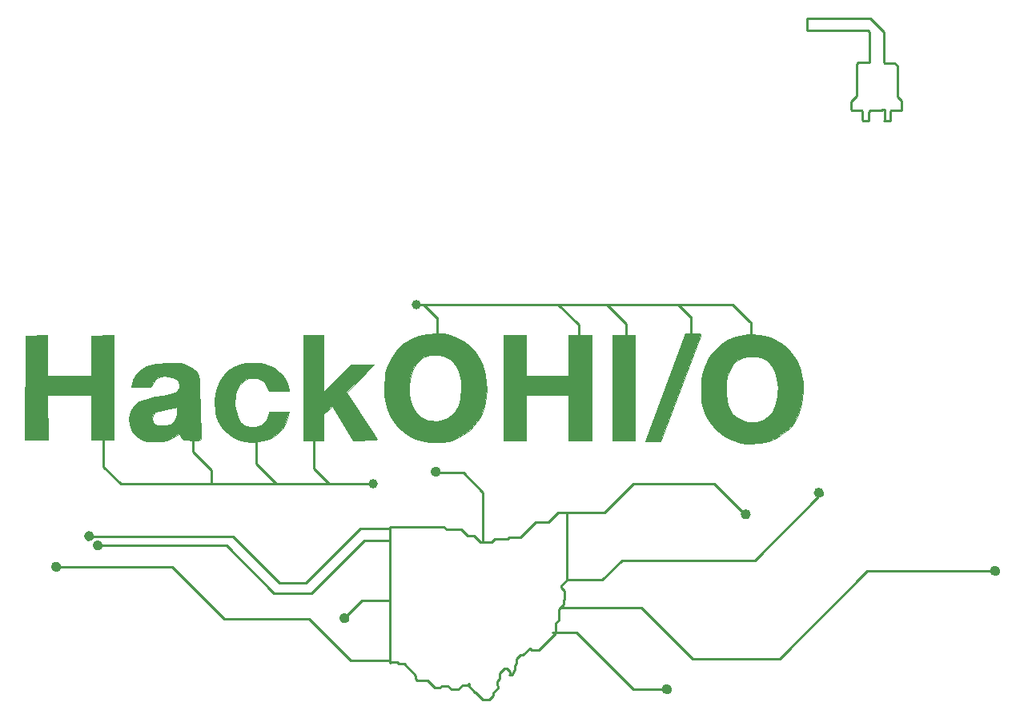
<source format=gbr>
%TF.GenerationSoftware,KiCad,Pcbnew,(5.1.10)-1*%
%TF.CreationDate,2022-09-07T22:56:21-04:00*%
%TF.ProjectId,HACK Badges,4841434b-2042-4616-9467-65732e6b6963,rev?*%
%TF.SameCoordinates,Original*%
%TF.FileFunction,Copper,L1,Top*%
%TF.FilePolarity,Positive*%
%FSLAX46Y46*%
G04 Gerber Fmt 4.6, Leading zero omitted, Abs format (unit mm)*
G04 Created by KiCad (PCBNEW (5.1.10)-1) date 2022-09-07 22:56:21*
%MOMM*%
%LPD*%
G01*
G04 APERTURE LIST*
%TA.AperFunction,NonConductor*%
%ADD10C,0.150000*%
%TD*%
%TA.AperFunction,NonConductor*%
%ADD11C,0.100000*%
%TD*%
%TA.AperFunction,SMDPad,CuDef*%
%ADD12R,1.000000X1.000000*%
%TD*%
%TA.AperFunction,SMDPad,CuDef*%
%ADD13C,1.000000*%
%TD*%
%TA.AperFunction,ViaPad*%
%ADD14C,0.800000*%
%TD*%
%TA.AperFunction,Conductor*%
%ADD15C,0.250000*%
%TD*%
G04 APERTURE END LIST*
D10*
X145470000Y-109240000D02*
G75*
G03*
X145470000Y-109240000I-450000J0D01*
G01*
D11*
G36*
X145340000Y-108890000D02*
G01*
X145440000Y-109120000D01*
X145450000Y-109350000D01*
X145350000Y-109570000D01*
X145130000Y-109650000D01*
X144840000Y-109670000D01*
X144650000Y-109540000D01*
X144580000Y-109300000D01*
X144590000Y-109050000D01*
X144670000Y-108930000D01*
X144790000Y-108850000D01*
X145070000Y-108800000D01*
X145340000Y-108890000D01*
G37*
X145340000Y-108890000D02*
X145440000Y-109120000D01*
X145450000Y-109350000D01*
X145350000Y-109570000D01*
X145130000Y-109650000D01*
X144840000Y-109670000D01*
X144650000Y-109540000D01*
X144580000Y-109300000D01*
X144590000Y-109050000D01*
X144670000Y-108930000D01*
X144790000Y-108850000D01*
X145070000Y-108800000D01*
X145340000Y-108890000D01*
D10*
X178260000Y-113750000D02*
G75*
G03*
X178260000Y-113750000I-450000J0D01*
G01*
D11*
G36*
X178130000Y-113400000D02*
G01*
X178230000Y-113630000D01*
X178240000Y-113860000D01*
X178140000Y-114080000D01*
X177920000Y-114160000D01*
X177630000Y-114180000D01*
X177440000Y-114050000D01*
X177370000Y-113810000D01*
X177380000Y-113560000D01*
X177460000Y-113440000D01*
X177580000Y-113360000D01*
X177860000Y-113310000D01*
X178130000Y-113400000D01*
G37*
X178130000Y-113400000D02*
X178230000Y-113630000D01*
X178240000Y-113860000D01*
X178140000Y-114080000D01*
X177920000Y-114160000D01*
X177630000Y-114180000D01*
X177440000Y-114050000D01*
X177370000Y-113810000D01*
X177380000Y-113560000D01*
X177460000Y-113440000D01*
X177580000Y-113360000D01*
X177860000Y-113310000D01*
X178130000Y-113400000D01*
D10*
X185990000Y-111470000D02*
G75*
G03*
X185990000Y-111470000I-450000J0D01*
G01*
D11*
G36*
X185860000Y-111120000D02*
G01*
X185960000Y-111350000D01*
X185970000Y-111580000D01*
X185870000Y-111800000D01*
X185650000Y-111880000D01*
X185360000Y-111900000D01*
X185170000Y-111770000D01*
X185100000Y-111530000D01*
X185110000Y-111280000D01*
X185190000Y-111160000D01*
X185310000Y-111080000D01*
X185590000Y-111030000D01*
X185860000Y-111120000D01*
G37*
X185860000Y-111120000D02*
X185960000Y-111350000D01*
X185970000Y-111580000D01*
X185870000Y-111800000D01*
X185650000Y-111880000D01*
X185360000Y-111900000D01*
X185170000Y-111770000D01*
X185100000Y-111530000D01*
X185110000Y-111280000D01*
X185190000Y-111160000D01*
X185310000Y-111080000D01*
X185590000Y-111030000D01*
X185860000Y-111120000D01*
D10*
X204610000Y-119740000D02*
G75*
G03*
X204610000Y-119740000I-450000J0D01*
G01*
D11*
G36*
X204480000Y-119390000D02*
G01*
X204580000Y-119620000D01*
X204590000Y-119850000D01*
X204490000Y-120070000D01*
X204270000Y-120150000D01*
X203980000Y-120170000D01*
X203790000Y-120040000D01*
X203720000Y-119800000D01*
X203730000Y-119550000D01*
X203810000Y-119430000D01*
X203930000Y-119350000D01*
X204210000Y-119300000D01*
X204480000Y-119390000D01*
G37*
X204480000Y-119390000D02*
X204580000Y-119620000D01*
X204590000Y-119850000D01*
X204490000Y-120070000D01*
X204270000Y-120150000D01*
X203980000Y-120170000D01*
X203790000Y-120040000D01*
X203720000Y-119800000D01*
X203730000Y-119550000D01*
X203810000Y-119430000D01*
X203930000Y-119350000D01*
X204210000Y-119300000D01*
X204480000Y-119390000D01*
D10*
X169900000Y-132260000D02*
G75*
G03*
X169900000Y-132260000I-450000J0D01*
G01*
D11*
G36*
X169770000Y-131910000D02*
G01*
X169870000Y-132140000D01*
X169880000Y-132370000D01*
X169780000Y-132590000D01*
X169560000Y-132670000D01*
X169270000Y-132690000D01*
X169080000Y-132560000D01*
X169010000Y-132320000D01*
X169020000Y-132070000D01*
X169100000Y-131950000D01*
X169220000Y-131870000D01*
X169500000Y-131820000D01*
X169770000Y-131910000D01*
G37*
X169770000Y-131910000D02*
X169870000Y-132140000D01*
X169880000Y-132370000D01*
X169780000Y-132590000D01*
X169560000Y-132670000D01*
X169270000Y-132690000D01*
X169080000Y-132560000D01*
X169010000Y-132320000D01*
X169020000Y-132070000D01*
X169100000Y-131950000D01*
X169220000Y-131870000D01*
X169500000Y-131820000D01*
X169770000Y-131910000D01*
D10*
X135810000Y-124760000D02*
G75*
G03*
X135810000Y-124760000I-450000J0D01*
G01*
D11*
G36*
X135680000Y-124410000D02*
G01*
X135780000Y-124640000D01*
X135790000Y-124870000D01*
X135690000Y-125090000D01*
X135470000Y-125170000D01*
X135180000Y-125190000D01*
X134990000Y-125060000D01*
X134920000Y-124820000D01*
X134930000Y-124570000D01*
X135010000Y-124450000D01*
X135130000Y-124370000D01*
X135410000Y-124320000D01*
X135680000Y-124410000D01*
G37*
X135680000Y-124410000D02*
X135780000Y-124640000D01*
X135790000Y-124870000D01*
X135690000Y-125090000D01*
X135470000Y-125170000D01*
X135180000Y-125190000D01*
X134990000Y-125060000D01*
X134920000Y-124820000D01*
X134930000Y-124570000D01*
X135010000Y-124450000D01*
X135130000Y-124370000D01*
X135410000Y-124320000D01*
X135680000Y-124410000D01*
D10*
X109740000Y-117040000D02*
G75*
G03*
X109740000Y-117040000I-450000J0D01*
G01*
D11*
G36*
X109610000Y-116690000D02*
G01*
X109710000Y-116920000D01*
X109720000Y-117150000D01*
X109620000Y-117370000D01*
X109400000Y-117450000D01*
X109110000Y-117470000D01*
X108920000Y-117340000D01*
X108850000Y-117100000D01*
X108860000Y-116850000D01*
X108940000Y-116730000D01*
X109060000Y-116650000D01*
X109340000Y-116600000D01*
X109610000Y-116690000D01*
G37*
X109610000Y-116690000D02*
X109710000Y-116920000D01*
X109720000Y-117150000D01*
X109620000Y-117370000D01*
X109400000Y-117450000D01*
X109110000Y-117470000D01*
X108920000Y-117340000D01*
X108850000Y-117100000D01*
X108860000Y-116850000D01*
X108940000Y-116730000D01*
X109060000Y-116650000D01*
X109340000Y-116600000D01*
X109610000Y-116690000D01*
D10*
X108820000Y-116060000D02*
G75*
G03*
X108820000Y-116060000I-450000J0D01*
G01*
D11*
G36*
X108690000Y-115710000D02*
G01*
X108790000Y-115940000D01*
X108800000Y-116170000D01*
X108700000Y-116390000D01*
X108480000Y-116470000D01*
X108190000Y-116490000D01*
X108000000Y-116360000D01*
X107930000Y-116120000D01*
X107940000Y-115870000D01*
X108020000Y-115750000D01*
X108140000Y-115670000D01*
X108420000Y-115620000D01*
X108690000Y-115710000D01*
G37*
X108690000Y-115710000D02*
X108790000Y-115940000D01*
X108800000Y-116170000D01*
X108700000Y-116390000D01*
X108480000Y-116470000D01*
X108190000Y-116490000D01*
X108000000Y-116360000D01*
X107930000Y-116120000D01*
X107940000Y-115870000D01*
X108020000Y-115750000D01*
X108140000Y-115670000D01*
X108420000Y-115620000D01*
X108690000Y-115710000D01*
D10*
X105320000Y-119310000D02*
G75*
G03*
X105320000Y-119310000I-450000J0D01*
G01*
D11*
G36*
X105190000Y-118960000D02*
G01*
X105290000Y-119190000D01*
X105300000Y-119420000D01*
X105200000Y-119640000D01*
X104980000Y-119720000D01*
X104690000Y-119740000D01*
X104500000Y-119610000D01*
X104430000Y-119370000D01*
X104440000Y-119120000D01*
X104520000Y-119000000D01*
X104640000Y-118920000D01*
X104920000Y-118870000D01*
X105190000Y-118960000D01*
G37*
X105190000Y-118960000D02*
X105290000Y-119190000D01*
X105300000Y-119420000D01*
X105200000Y-119640000D01*
X104980000Y-119720000D01*
X104690000Y-119740000D01*
X104500000Y-119610000D01*
X104430000Y-119370000D01*
X104440000Y-119120000D01*
X104520000Y-119000000D01*
X104640000Y-118920000D01*
X104920000Y-118870000D01*
X105190000Y-118960000D01*
G36*
X179252698Y-94768058D02*
G01*
X179762698Y-94848058D01*
X180402698Y-95028058D01*
X181052698Y-95328058D01*
X181632698Y-95688058D01*
X182232698Y-96188058D01*
X182632698Y-96618058D01*
X183072698Y-97278058D01*
X183362698Y-97858058D01*
X183582698Y-98498058D01*
X183722698Y-99118058D01*
X183832698Y-99798058D01*
X183872698Y-100698058D01*
X183812698Y-101418058D01*
X183732698Y-102048058D01*
X183572698Y-102648058D01*
X183362698Y-103228058D01*
X183132698Y-103688058D01*
X182832698Y-104148058D01*
X182492698Y-104558058D01*
X182092698Y-104948058D01*
X181622698Y-105308058D01*
X181062698Y-105658058D01*
X180772698Y-105808058D01*
X180522698Y-105928058D01*
X180182698Y-106048058D01*
X179802698Y-106138058D01*
X179272698Y-106218058D01*
X178872698Y-106238058D01*
X178502698Y-106248058D01*
X178472698Y-104028058D01*
X178542698Y-104018058D01*
X178992698Y-103968058D01*
X179322698Y-103878058D01*
X179722698Y-103728058D01*
X180102698Y-103468058D01*
X180362698Y-103238058D01*
X180612698Y-102918058D01*
X180852698Y-102488058D01*
X180992698Y-102088058D01*
X181092698Y-101658058D01*
X181152698Y-101338058D01*
X181202698Y-100878058D01*
X181222698Y-100408058D01*
X181192698Y-99838058D01*
X181112698Y-99348058D01*
X180912698Y-98688058D01*
X180652698Y-98198058D01*
X180292698Y-97698058D01*
X179972698Y-97418058D01*
X179492698Y-97148058D01*
X178932698Y-97048058D01*
X178522698Y-97028058D01*
X177932698Y-97058058D01*
X177632698Y-97118058D01*
X177342698Y-97208058D01*
X177032698Y-97378058D01*
X176772698Y-97568058D01*
X176442698Y-97908058D01*
X176212698Y-98268058D01*
X175992698Y-98718058D01*
X175852698Y-99208058D01*
X175772698Y-99678058D01*
X175712698Y-100148058D01*
X175712698Y-100628058D01*
X175732698Y-101108058D01*
X175802698Y-101668058D01*
X175952698Y-102218058D01*
X176202698Y-102768058D01*
X176462698Y-103118058D01*
X176722698Y-103388058D01*
X177002698Y-103598058D01*
X177312698Y-103778058D01*
X177682698Y-103918058D01*
X178062698Y-103998058D01*
X178372698Y-104018058D01*
X178452698Y-104008058D01*
X178492698Y-106268058D01*
X177972698Y-106258058D01*
X177292698Y-106188058D01*
X176332698Y-105898058D01*
X175732698Y-105608058D01*
X175112698Y-105178058D01*
X174622698Y-104758058D01*
X174222698Y-104278058D01*
X173812698Y-103688058D01*
X173552698Y-103228058D01*
X173372698Y-102738058D01*
X173142698Y-101878058D01*
X173082698Y-101268058D01*
X173092698Y-100128058D01*
X173122698Y-99488058D01*
X173192698Y-98988058D01*
X173342698Y-98408058D01*
X173822698Y-97368058D01*
X174142698Y-96818058D01*
X174612698Y-96258058D01*
X175182698Y-95778058D01*
X175932698Y-95288058D01*
X176752698Y-94948058D01*
X177682698Y-94788058D01*
X178552698Y-94748058D01*
X178582698Y-94748058D01*
X179252698Y-94768058D01*
G37*
X179252698Y-94768058D02*
X179762698Y-94848058D01*
X180402698Y-95028058D01*
X181052698Y-95328058D01*
X181632698Y-95688058D01*
X182232698Y-96188058D01*
X182632698Y-96618058D01*
X183072698Y-97278058D01*
X183362698Y-97858058D01*
X183582698Y-98498058D01*
X183722698Y-99118058D01*
X183832698Y-99798058D01*
X183872698Y-100698058D01*
X183812698Y-101418058D01*
X183732698Y-102048058D01*
X183572698Y-102648058D01*
X183362698Y-103228058D01*
X183132698Y-103688058D01*
X182832698Y-104148058D01*
X182492698Y-104558058D01*
X182092698Y-104948058D01*
X181622698Y-105308058D01*
X181062698Y-105658058D01*
X180772698Y-105808058D01*
X180522698Y-105928058D01*
X180182698Y-106048058D01*
X179802698Y-106138058D01*
X179272698Y-106218058D01*
X178872698Y-106238058D01*
X178502698Y-106248058D01*
X178472698Y-104028058D01*
X178542698Y-104018058D01*
X178992698Y-103968058D01*
X179322698Y-103878058D01*
X179722698Y-103728058D01*
X180102698Y-103468058D01*
X180362698Y-103238058D01*
X180612698Y-102918058D01*
X180852698Y-102488058D01*
X180992698Y-102088058D01*
X181092698Y-101658058D01*
X181152698Y-101338058D01*
X181202698Y-100878058D01*
X181222698Y-100408058D01*
X181192698Y-99838058D01*
X181112698Y-99348058D01*
X180912698Y-98688058D01*
X180652698Y-98198058D01*
X180292698Y-97698058D01*
X179972698Y-97418058D01*
X179492698Y-97148058D01*
X178932698Y-97048058D01*
X178522698Y-97028058D01*
X177932698Y-97058058D01*
X177632698Y-97118058D01*
X177342698Y-97208058D01*
X177032698Y-97378058D01*
X176772698Y-97568058D01*
X176442698Y-97908058D01*
X176212698Y-98268058D01*
X175992698Y-98718058D01*
X175852698Y-99208058D01*
X175772698Y-99678058D01*
X175712698Y-100148058D01*
X175712698Y-100628058D01*
X175732698Y-101108058D01*
X175802698Y-101668058D01*
X175952698Y-102218058D01*
X176202698Y-102768058D01*
X176462698Y-103118058D01*
X176722698Y-103388058D01*
X177002698Y-103598058D01*
X177312698Y-103778058D01*
X177682698Y-103918058D01*
X178062698Y-103998058D01*
X178372698Y-104018058D01*
X178452698Y-104008058D01*
X178492698Y-106268058D01*
X177972698Y-106258058D01*
X177292698Y-106188058D01*
X176332698Y-105898058D01*
X175732698Y-105608058D01*
X175112698Y-105178058D01*
X174622698Y-104758058D01*
X174222698Y-104278058D01*
X173812698Y-103688058D01*
X173552698Y-103228058D01*
X173372698Y-102738058D01*
X173142698Y-101878058D01*
X173082698Y-101268058D01*
X173092698Y-100128058D01*
X173122698Y-99488058D01*
X173192698Y-98988058D01*
X173342698Y-98408058D01*
X173822698Y-97368058D01*
X174142698Y-96818058D01*
X174612698Y-96258058D01*
X175182698Y-95778058D01*
X175932698Y-95288058D01*
X176752698Y-94948058D01*
X177682698Y-94788058D01*
X178552698Y-94748058D01*
X178582698Y-94748058D01*
X179252698Y-94768058D01*
G36*
X172972698Y-94638058D02*
G01*
X173042698Y-94748058D01*
X172992698Y-94878058D01*
X168832698Y-106018058D01*
X167162698Y-106048058D01*
X171391970Y-94627901D01*
X172562698Y-94608058D01*
X172972698Y-94638058D01*
G37*
X172972698Y-94638058D02*
X173042698Y-94748058D01*
X172992698Y-94878058D01*
X168832698Y-106018058D01*
X167162698Y-106048058D01*
X171391970Y-94627901D01*
X172562698Y-94608058D01*
X172972698Y-94638058D01*
G36*
X126392698Y-97758058D02*
G01*
X126862698Y-97838058D01*
X127292698Y-97958058D01*
X127812698Y-98188058D01*
X128132698Y-98388058D01*
X128442698Y-98638058D01*
X128722698Y-98918058D01*
X128982698Y-99258058D01*
X129172698Y-99578058D01*
X129312698Y-99898058D01*
X129402698Y-100198058D01*
X129489062Y-100706058D01*
X129472698Y-100698058D01*
X127412698Y-100688058D01*
X127182698Y-100168058D01*
X126982698Y-99848058D01*
X126702698Y-99578058D01*
X126422698Y-99428058D01*
X126102698Y-99338058D01*
X125702698Y-99308058D01*
X125322698Y-99348058D01*
X125062698Y-99418058D01*
X124782698Y-99588058D01*
X124502698Y-99838058D01*
X124302698Y-100058058D01*
X124102698Y-100348058D01*
X123942698Y-100728058D01*
X123852698Y-101078058D01*
X123812698Y-101388058D01*
X123782698Y-101738058D01*
X123782698Y-102038058D01*
X123792698Y-102258058D01*
X123892698Y-102838058D01*
X123982698Y-103138058D01*
X124082698Y-103448058D01*
X124192698Y-103658058D01*
X124262698Y-103808058D01*
X124392698Y-103988058D01*
X124562698Y-104138058D01*
X124792698Y-104298058D01*
X125062698Y-104418058D01*
X125352698Y-104488058D01*
X125652698Y-104508058D01*
X125932698Y-104488058D01*
X126212698Y-104428058D01*
X126512698Y-104298058D01*
X126762698Y-104148058D01*
X127037106Y-103883469D01*
X127222698Y-103608058D01*
X127322698Y-103328058D01*
X127372698Y-103048058D01*
X127402698Y-102898058D01*
X129502698Y-102908058D01*
X129382698Y-103508058D01*
X129202698Y-104038058D01*
X129012698Y-104388058D01*
X128722698Y-104798058D01*
X128282698Y-105228058D01*
X128012698Y-105438058D01*
X127722698Y-105618058D01*
X127432698Y-105748058D01*
X127082698Y-105878058D01*
X126752698Y-105978058D01*
X126302698Y-106058058D01*
X125522698Y-106098058D01*
X124862698Y-106018058D01*
X124422698Y-105918058D01*
X123942698Y-105758058D01*
X123482698Y-105528058D01*
X123042698Y-105198058D01*
X122662698Y-104868058D01*
X122352698Y-104448058D01*
X122002698Y-103848058D01*
X121842698Y-103438058D01*
X121712698Y-102888058D01*
X121692698Y-102558058D01*
X121672698Y-102068058D01*
X121682698Y-101608058D01*
X121712698Y-101098058D01*
X121812698Y-100618058D01*
X121952698Y-100198058D01*
X122132698Y-99778058D01*
X122382698Y-99358058D01*
X122622698Y-99038058D01*
X123012698Y-98618058D01*
X123272698Y-98418058D01*
X123672698Y-98168058D01*
X124122698Y-97978058D01*
X124552698Y-97858058D01*
X125062698Y-97768058D01*
X125482698Y-97728058D01*
X125892698Y-97718058D01*
X126392698Y-97758058D01*
G37*
X126392698Y-97758058D02*
X126862698Y-97838058D01*
X127292698Y-97958058D01*
X127812698Y-98188058D01*
X128132698Y-98388058D01*
X128442698Y-98638058D01*
X128722698Y-98918058D01*
X128982698Y-99258058D01*
X129172698Y-99578058D01*
X129312698Y-99898058D01*
X129402698Y-100198058D01*
X129489062Y-100706058D01*
X129472698Y-100698058D01*
X127412698Y-100688058D01*
X127182698Y-100168058D01*
X126982698Y-99848058D01*
X126702698Y-99578058D01*
X126422698Y-99428058D01*
X126102698Y-99338058D01*
X125702698Y-99308058D01*
X125322698Y-99348058D01*
X125062698Y-99418058D01*
X124782698Y-99588058D01*
X124502698Y-99838058D01*
X124302698Y-100058058D01*
X124102698Y-100348058D01*
X123942698Y-100728058D01*
X123852698Y-101078058D01*
X123812698Y-101388058D01*
X123782698Y-101738058D01*
X123782698Y-102038058D01*
X123792698Y-102258058D01*
X123892698Y-102838058D01*
X123982698Y-103138058D01*
X124082698Y-103448058D01*
X124192698Y-103658058D01*
X124262698Y-103808058D01*
X124392698Y-103988058D01*
X124562698Y-104138058D01*
X124792698Y-104298058D01*
X125062698Y-104418058D01*
X125352698Y-104488058D01*
X125652698Y-104508058D01*
X125932698Y-104488058D01*
X126212698Y-104428058D01*
X126512698Y-104298058D01*
X126762698Y-104148058D01*
X127037106Y-103883469D01*
X127222698Y-103608058D01*
X127322698Y-103328058D01*
X127372698Y-103048058D01*
X127402698Y-102898058D01*
X129502698Y-102908058D01*
X129382698Y-103508058D01*
X129202698Y-104038058D01*
X129012698Y-104388058D01*
X128722698Y-104798058D01*
X128282698Y-105228058D01*
X128012698Y-105438058D01*
X127722698Y-105618058D01*
X127432698Y-105748058D01*
X127082698Y-105878058D01*
X126752698Y-105978058D01*
X126302698Y-106058058D01*
X125522698Y-106098058D01*
X124862698Y-106018058D01*
X124422698Y-105918058D01*
X123942698Y-105758058D01*
X123482698Y-105528058D01*
X123042698Y-105198058D01*
X122662698Y-104868058D01*
X122352698Y-104448058D01*
X122002698Y-103848058D01*
X121842698Y-103438058D01*
X121712698Y-102888058D01*
X121692698Y-102558058D01*
X121672698Y-102068058D01*
X121682698Y-101608058D01*
X121712698Y-101098058D01*
X121812698Y-100618058D01*
X121952698Y-100198058D01*
X122132698Y-99778058D01*
X122382698Y-99358058D01*
X122622698Y-99038058D01*
X123012698Y-98618058D01*
X123272698Y-98418058D01*
X123672698Y-98168058D01*
X124122698Y-97978058D01*
X124552698Y-97858058D01*
X125062698Y-97768058D01*
X125482698Y-97728058D01*
X125892698Y-97718058D01*
X126392698Y-97758058D01*
G36*
X154580000Y-99106058D02*
G01*
X159080000Y-99106058D01*
X159080000Y-94806058D01*
X161480000Y-94806058D01*
X161480000Y-105906058D01*
X159080000Y-105906058D01*
X159080000Y-101106058D01*
X154580000Y-101106058D01*
X154580000Y-105906058D01*
X152180000Y-105906058D01*
X152180000Y-94806058D01*
X154580000Y-94806058D01*
X154580000Y-99106058D01*
G37*
X154580000Y-99106058D02*
X159080000Y-99106058D01*
X159080000Y-94806058D01*
X161480000Y-94806058D01*
X161480000Y-105906058D01*
X159080000Y-105906058D01*
X159080000Y-101106058D01*
X154580000Y-101106058D01*
X154580000Y-105906058D01*
X152180000Y-105906058D01*
X152180000Y-94806058D01*
X154580000Y-94806058D01*
X154580000Y-99106058D01*
G36*
X133188122Y-100856058D02*
G01*
X136030000Y-97900000D01*
X138530000Y-97907869D01*
X135580000Y-100875659D01*
X138822698Y-105788058D01*
X138742698Y-105858058D01*
X136298846Y-105906058D01*
X134059860Y-102284182D01*
X133180000Y-103147700D01*
X133180000Y-105906058D01*
X131080000Y-105906058D01*
X131080000Y-94806058D01*
X133172698Y-94808058D01*
X133180000Y-94806058D01*
X133188122Y-100856058D01*
G37*
X133188122Y-100856058D02*
X136030000Y-97900000D01*
X138530000Y-97907869D01*
X135580000Y-100875659D01*
X138822698Y-105788058D01*
X138742698Y-105858058D01*
X136298846Y-105906058D01*
X134059860Y-102284182D01*
X133180000Y-103147700D01*
X133180000Y-105906058D01*
X131080000Y-105906058D01*
X131080000Y-94806058D01*
X133172698Y-94808058D01*
X133180000Y-94806058D01*
X133188122Y-100856058D01*
G36*
X145772698Y-94638058D02*
G01*
X146282698Y-94718058D01*
X146922698Y-94898058D01*
X147572698Y-95198058D01*
X148152698Y-95558058D01*
X148752698Y-96058058D01*
X149152698Y-96488058D01*
X149592698Y-97148058D01*
X149882698Y-97728058D01*
X150102698Y-98368058D01*
X150242698Y-98988058D01*
X150352698Y-99668058D01*
X150392698Y-100568058D01*
X150332698Y-101288058D01*
X150252698Y-101918058D01*
X150092698Y-102518058D01*
X149882698Y-103098058D01*
X149652698Y-103558058D01*
X149352698Y-104018058D01*
X149012698Y-104428058D01*
X148612698Y-104818058D01*
X148142698Y-105178058D01*
X147582698Y-105528058D01*
X147292698Y-105678058D01*
X147042698Y-105798058D01*
X146702698Y-105918058D01*
X146322698Y-106008058D01*
X145792698Y-106088058D01*
X145392698Y-106108058D01*
X145022698Y-106118058D01*
X144992698Y-103898058D01*
X145062698Y-103888058D01*
X145512698Y-103838058D01*
X145842698Y-103748058D01*
X146242698Y-103598058D01*
X146622698Y-103338058D01*
X146882698Y-103108058D01*
X147132698Y-102788058D01*
X147372698Y-102358058D01*
X147512698Y-101958058D01*
X147612698Y-101528058D01*
X147672698Y-101208058D01*
X147722698Y-100748058D01*
X147742698Y-100278058D01*
X147712698Y-99708058D01*
X147632698Y-99218058D01*
X147432698Y-98558058D01*
X147172698Y-98068058D01*
X146812698Y-97568058D01*
X146492698Y-97288058D01*
X146012698Y-97018058D01*
X145452698Y-96918058D01*
X145042698Y-96898058D01*
X144452698Y-96928058D01*
X144152698Y-96988058D01*
X143862698Y-97078058D01*
X143552698Y-97248058D01*
X143292698Y-97438058D01*
X142962698Y-97778058D01*
X142732698Y-98138058D01*
X142512698Y-98588058D01*
X142372698Y-99078058D01*
X142292698Y-99548058D01*
X142232698Y-100018058D01*
X142232698Y-100498058D01*
X142252698Y-100978058D01*
X142322698Y-101538058D01*
X142472698Y-102088058D01*
X142722698Y-102638058D01*
X142982698Y-102988058D01*
X143242698Y-103258058D01*
X143522698Y-103468058D01*
X143832698Y-103648058D01*
X144202698Y-103788058D01*
X144582698Y-103868058D01*
X144892698Y-103888058D01*
X144972698Y-103878058D01*
X145012698Y-106138058D01*
X144492698Y-106128058D01*
X143812698Y-106058058D01*
X142852698Y-105768058D01*
X142252698Y-105478058D01*
X141632698Y-105048058D01*
X141142698Y-104628058D01*
X140742698Y-104148058D01*
X140332698Y-103558058D01*
X140072698Y-103098058D01*
X139892698Y-102608058D01*
X139662698Y-101748058D01*
X139602698Y-101138058D01*
X139612698Y-99998058D01*
X139642698Y-99358058D01*
X139712698Y-98858058D01*
X139862698Y-98278058D01*
X140342698Y-97238058D01*
X140662698Y-96688058D01*
X141132698Y-96128058D01*
X141702698Y-95648058D01*
X142452698Y-95158058D01*
X143272698Y-94818058D01*
X144202698Y-94658058D01*
X145072698Y-94618058D01*
X145102698Y-94618058D01*
X145772698Y-94638058D01*
G37*
X145772698Y-94638058D02*
X146282698Y-94718058D01*
X146922698Y-94898058D01*
X147572698Y-95198058D01*
X148152698Y-95558058D01*
X148752698Y-96058058D01*
X149152698Y-96488058D01*
X149592698Y-97148058D01*
X149882698Y-97728058D01*
X150102698Y-98368058D01*
X150242698Y-98988058D01*
X150352698Y-99668058D01*
X150392698Y-100568058D01*
X150332698Y-101288058D01*
X150252698Y-101918058D01*
X150092698Y-102518058D01*
X149882698Y-103098058D01*
X149652698Y-103558058D01*
X149352698Y-104018058D01*
X149012698Y-104428058D01*
X148612698Y-104818058D01*
X148142698Y-105178058D01*
X147582698Y-105528058D01*
X147292698Y-105678058D01*
X147042698Y-105798058D01*
X146702698Y-105918058D01*
X146322698Y-106008058D01*
X145792698Y-106088058D01*
X145392698Y-106108058D01*
X145022698Y-106118058D01*
X144992698Y-103898058D01*
X145062698Y-103888058D01*
X145512698Y-103838058D01*
X145842698Y-103748058D01*
X146242698Y-103598058D01*
X146622698Y-103338058D01*
X146882698Y-103108058D01*
X147132698Y-102788058D01*
X147372698Y-102358058D01*
X147512698Y-101958058D01*
X147612698Y-101528058D01*
X147672698Y-101208058D01*
X147722698Y-100748058D01*
X147742698Y-100278058D01*
X147712698Y-99708058D01*
X147632698Y-99218058D01*
X147432698Y-98558058D01*
X147172698Y-98068058D01*
X146812698Y-97568058D01*
X146492698Y-97288058D01*
X146012698Y-97018058D01*
X145452698Y-96918058D01*
X145042698Y-96898058D01*
X144452698Y-96928058D01*
X144152698Y-96988058D01*
X143862698Y-97078058D01*
X143552698Y-97248058D01*
X143292698Y-97438058D01*
X142962698Y-97778058D01*
X142732698Y-98138058D01*
X142512698Y-98588058D01*
X142372698Y-99078058D01*
X142292698Y-99548058D01*
X142232698Y-100018058D01*
X142232698Y-100498058D01*
X142252698Y-100978058D01*
X142322698Y-101538058D01*
X142472698Y-102088058D01*
X142722698Y-102638058D01*
X142982698Y-102988058D01*
X143242698Y-103258058D01*
X143522698Y-103468058D01*
X143832698Y-103648058D01*
X144202698Y-103788058D01*
X144582698Y-103868058D01*
X144892698Y-103888058D01*
X144972698Y-103878058D01*
X145012698Y-106138058D01*
X144492698Y-106128058D01*
X143812698Y-106058058D01*
X142852698Y-105768058D01*
X142252698Y-105478058D01*
X141632698Y-105048058D01*
X141142698Y-104628058D01*
X140742698Y-104148058D01*
X140332698Y-103558058D01*
X140072698Y-103098058D01*
X139892698Y-102608058D01*
X139662698Y-101748058D01*
X139602698Y-101138058D01*
X139612698Y-99998058D01*
X139642698Y-99358058D01*
X139712698Y-98858058D01*
X139862698Y-98278058D01*
X140342698Y-97238058D01*
X140662698Y-96688058D01*
X141132698Y-96128058D01*
X141702698Y-95648058D01*
X142452698Y-95158058D01*
X143272698Y-94818058D01*
X144202698Y-94658058D01*
X145072698Y-94618058D01*
X145102698Y-94618058D01*
X145772698Y-94638058D01*
G36*
X166080000Y-105906058D02*
G01*
X163680000Y-105906058D01*
X163682698Y-94808058D01*
X163680000Y-94806058D01*
X166080000Y-94806058D01*
X166080000Y-105906058D01*
G37*
X166080000Y-105906058D02*
X163680000Y-105906058D01*
X163682698Y-94808058D01*
X163680000Y-94806058D01*
X166080000Y-94806058D01*
X166080000Y-105906058D01*
G36*
X117910000Y-97770000D02*
G01*
X118400000Y-97860000D01*
X118720000Y-97970000D01*
X119070000Y-98130000D01*
X119400000Y-98370000D01*
X119660000Y-98590000D01*
X119910000Y-99060000D01*
X120030000Y-99620000D01*
X120040000Y-100220000D01*
X120210000Y-105360000D01*
X120230000Y-105800000D01*
X119910000Y-105910000D01*
X119350000Y-105910000D01*
X118720000Y-105890000D01*
X118310000Y-105850000D01*
X118120000Y-105650000D01*
X118040000Y-105300000D01*
X117860000Y-105300000D01*
X116800000Y-105860000D01*
X116110000Y-106010000D01*
X115230000Y-106070000D01*
X114460000Y-106020000D01*
X113920000Y-105840000D01*
X113460000Y-105540000D01*
X113010000Y-105110000D01*
X112810000Y-104730000D01*
X112650000Y-104290000D01*
X112590000Y-103700000D01*
X112690000Y-103160000D01*
X112830000Y-102730000D01*
X113200000Y-102220000D01*
X113720000Y-101820000D01*
X114290000Y-101590000D01*
X115320000Y-101310000D01*
X115800000Y-102830000D01*
X115390000Y-102930000D01*
X115150000Y-103240000D01*
X115040000Y-103670000D01*
X115180000Y-104160000D01*
X115650000Y-104350000D01*
X116370000Y-104370000D01*
X116970000Y-104260000D01*
X117290000Y-103980000D01*
X117510000Y-103620000D01*
X117620000Y-103250000D01*
X117690000Y-102840000D01*
X117690000Y-102420000D01*
X117350000Y-102500000D01*
X116510000Y-102680000D01*
X115800000Y-102820000D01*
X115330000Y-101310000D01*
X116240000Y-101190000D01*
X117280000Y-100990000D01*
X117700000Y-100750000D01*
X117950000Y-100320000D01*
X117940000Y-100090000D01*
X117790000Y-99650000D01*
X117540000Y-99410000D01*
X117170000Y-99230000D01*
X116770000Y-99160000D01*
X116280000Y-99130000D01*
X115940000Y-99200000D01*
X115580000Y-99320000D01*
X115340000Y-99520000D01*
X115130000Y-99860000D01*
X114950000Y-100210000D01*
X114870000Y-100300000D01*
X112850000Y-100310000D01*
X112890000Y-100040000D01*
X112980000Y-99550000D01*
X113150000Y-99240000D01*
X113360000Y-98900000D01*
X113620000Y-98670000D01*
X113940000Y-98410000D01*
X114480000Y-98110000D01*
X115080000Y-97920000D01*
X115380000Y-97830000D01*
X115990000Y-97780000D01*
X116260000Y-97730000D01*
X116840000Y-97730000D01*
X117330000Y-97720000D01*
X117910000Y-97770000D01*
G37*
X117910000Y-97770000D02*
X118400000Y-97860000D01*
X118720000Y-97970000D01*
X119070000Y-98130000D01*
X119400000Y-98370000D01*
X119660000Y-98590000D01*
X119910000Y-99060000D01*
X120030000Y-99620000D01*
X120040000Y-100220000D01*
X120210000Y-105360000D01*
X120230000Y-105800000D01*
X119910000Y-105910000D01*
X119350000Y-105910000D01*
X118720000Y-105890000D01*
X118310000Y-105850000D01*
X118120000Y-105650000D01*
X118040000Y-105300000D01*
X117860000Y-105300000D01*
X116800000Y-105860000D01*
X116110000Y-106010000D01*
X115230000Y-106070000D01*
X114460000Y-106020000D01*
X113920000Y-105840000D01*
X113460000Y-105540000D01*
X113010000Y-105110000D01*
X112810000Y-104730000D01*
X112650000Y-104290000D01*
X112590000Y-103700000D01*
X112690000Y-103160000D01*
X112830000Y-102730000D01*
X113200000Y-102220000D01*
X113720000Y-101820000D01*
X114290000Y-101590000D01*
X115320000Y-101310000D01*
X115800000Y-102830000D01*
X115390000Y-102930000D01*
X115150000Y-103240000D01*
X115040000Y-103670000D01*
X115180000Y-104160000D01*
X115650000Y-104350000D01*
X116370000Y-104370000D01*
X116970000Y-104260000D01*
X117290000Y-103980000D01*
X117510000Y-103620000D01*
X117620000Y-103250000D01*
X117690000Y-102840000D01*
X117690000Y-102420000D01*
X117350000Y-102500000D01*
X116510000Y-102680000D01*
X115800000Y-102820000D01*
X115330000Y-101310000D01*
X116240000Y-101190000D01*
X117280000Y-100990000D01*
X117700000Y-100750000D01*
X117950000Y-100320000D01*
X117940000Y-100090000D01*
X117790000Y-99650000D01*
X117540000Y-99410000D01*
X117170000Y-99230000D01*
X116770000Y-99160000D01*
X116280000Y-99130000D01*
X115940000Y-99200000D01*
X115580000Y-99320000D01*
X115340000Y-99520000D01*
X115130000Y-99860000D01*
X114950000Y-100210000D01*
X114870000Y-100300000D01*
X112850000Y-100310000D01*
X112890000Y-100040000D01*
X112980000Y-99550000D01*
X113150000Y-99240000D01*
X113360000Y-98900000D01*
X113620000Y-98670000D01*
X113940000Y-98410000D01*
X114480000Y-98110000D01*
X115080000Y-97920000D01*
X115380000Y-97830000D01*
X115990000Y-97780000D01*
X116260000Y-97730000D01*
X116840000Y-97730000D01*
X117330000Y-97720000D01*
X117910000Y-97770000D01*
G36*
X110950000Y-105900000D02*
G01*
X108570000Y-105880000D01*
X108590000Y-101110000D01*
X103950000Y-101130000D01*
X104000000Y-105900000D01*
X101580000Y-105870000D01*
X101620000Y-94860000D01*
X103950000Y-94800000D01*
X103960000Y-99060000D01*
X108610000Y-99080000D01*
X108610000Y-94820000D01*
X110970000Y-94800000D01*
X110950000Y-105900000D01*
G37*
X110950000Y-105900000D02*
X108570000Y-105880000D01*
X108590000Y-101110000D01*
X103950000Y-101130000D01*
X104000000Y-105900000D01*
X101580000Y-105870000D01*
X101620000Y-94860000D01*
X103950000Y-94800000D01*
X103960000Y-99060000D01*
X108610000Y-99080000D01*
X108610000Y-94820000D01*
X110970000Y-94800000D01*
X110950000Y-105900000D01*
D12*
%TO.P,TP9,1*%
%TO.N,Net-(D1-Pad2)*%
X160190000Y-95270000D03*
%TD*%
%TO.P,TP7,1*%
%TO.N,Net-(D1-Pad2)*%
X165130000Y-95280000D03*
%TD*%
%TO.P,TP10,1*%
%TO.N,Net-(D1-Pad2)*%
X172030000Y-95080000D03*
%TD*%
%TO.P,TP8,1*%
%TO.N,Net-(D1-Pad2)*%
X178380000Y-95220000D03*
%TD*%
%TO.P,TP3,1*%
%TO.N,Net-(BT1-Pad2)*%
X125970000Y-105560000D03*
%TD*%
%TO.P,TP5,1*%
%TO.N,Net-(BT1-Pad2)*%
X119330000Y-105390000D03*
%TD*%
%TO.P,TP4,1*%
%TO.N,Net-(BT1-Pad2)*%
X132110000Y-105460000D03*
%TD*%
%TO.P,TP11,1*%
%TO.N,Net-(D1-Pad2)*%
X145140000Y-95080000D03*
%TD*%
%TO.P,TP6,1*%
%TO.N,Net-(BT1-Pad2)*%
X109910000Y-105440000D03*
%TD*%
D13*
%TO.P,TP1,1*%
%TO.N,Net-(BT1-Pad2)*%
X138410000Y-110510000D03*
%TD*%
%TO.P,TP2,1*%
%TO.N,Net-(D1-Pad2)*%
X142940000Y-91530000D03*
%TD*%
D14*
%TO.N,Net-(BT1-Pad2)*%
X138400000Y-110550000D03*
%TO.N,Net-(D1-Pad2)*%
X142950000Y-91520000D03*
%TD*%
D15*
%TO.N,*%
X140170000Y-115060000D02*
X145880000Y-115060000D01*
X145880000Y-115060000D02*
X146160000Y-115340000D01*
X146160000Y-115340000D02*
X147730000Y-115340000D01*
X147730000Y-115340000D02*
X148370000Y-115980000D01*
X148370000Y-115980000D02*
X149060000Y-115980000D01*
X149060000Y-115980000D02*
X149760000Y-116680000D01*
X150930000Y-116680000D02*
X151270000Y-116340000D01*
X151270000Y-116340000D02*
X152650000Y-116340000D01*
X152650000Y-116340000D02*
X152840000Y-116150000D01*
X152840000Y-116150000D02*
X154020000Y-116150000D01*
X154020000Y-116150000D02*
X155600000Y-114570000D01*
X155600000Y-114570000D02*
X156910000Y-114570000D01*
X156910000Y-114570000D02*
X157950000Y-113530000D01*
X157950000Y-113530000D02*
X158950000Y-113530000D01*
X158950000Y-113530000D02*
X158900000Y-113580000D01*
X158900000Y-113580000D02*
X158900000Y-120720000D01*
X158900000Y-120720000D02*
X158300000Y-121320000D01*
X158300000Y-121320000D02*
X158300000Y-121530000D01*
X158300000Y-121530000D02*
X158610000Y-121840000D01*
X158610000Y-121840000D02*
X158610000Y-122760000D01*
X158610000Y-122760000D02*
X158560000Y-122810000D01*
X158560000Y-122810000D02*
X158560000Y-123310000D01*
X158070000Y-123800000D02*
X158070000Y-124910000D01*
X158070000Y-124910000D02*
X157670000Y-125310000D01*
X157670000Y-125310000D02*
X157670000Y-126330000D01*
X157670000Y-126330000D02*
X155890000Y-128110000D01*
X155890000Y-128110000D02*
X155210000Y-128110000D01*
X155210000Y-128110000D02*
X155020000Y-127920000D01*
X155020000Y-127920000D02*
X154970000Y-127920000D01*
X154970000Y-127920000D02*
X154270000Y-128620000D01*
X154270000Y-128620000D02*
X153990000Y-128620000D01*
X153990000Y-128620000D02*
X153550000Y-129060000D01*
X153550000Y-129060000D02*
X153550000Y-129590000D01*
X153550000Y-129590000D02*
X153420000Y-129720000D01*
X153420000Y-129720000D02*
X153420000Y-130250000D01*
X153420000Y-130250000D02*
X153250000Y-130420000D01*
X153250000Y-130420000D02*
X153250000Y-130560000D01*
X153250000Y-130560000D02*
X153040000Y-130770000D01*
X153040000Y-130770000D02*
X152830000Y-130770000D01*
X152830000Y-130770000D02*
X152870000Y-130730000D01*
X152870000Y-130730000D02*
X152870000Y-130400000D01*
X152870000Y-130400000D02*
X152530000Y-130060000D01*
X152530000Y-130060000D02*
X152320000Y-130060000D01*
X152320000Y-130060000D02*
X151800000Y-130580000D01*
X151800000Y-130580000D02*
X151800000Y-131170000D01*
X151800000Y-131170000D02*
X151560000Y-131410000D01*
X151560000Y-131410000D02*
X151560000Y-131850000D01*
X151560000Y-131850000D02*
X151640000Y-131930000D01*
X151640000Y-131930000D02*
X151640000Y-132140000D01*
X151640000Y-132140000D02*
X151090000Y-132690000D01*
X151090000Y-132690000D02*
X151090000Y-132980000D01*
X151090000Y-132980000D02*
X150680000Y-133390000D01*
X150680000Y-133390000D02*
X150020000Y-133390000D01*
X150020000Y-133390000D02*
X149210000Y-132580000D01*
X149210000Y-132580000D02*
X149170000Y-132580000D01*
X149170000Y-132580000D02*
X148530000Y-131940000D01*
X148530000Y-131940000D02*
X148530000Y-131680000D01*
X148530000Y-131680000D02*
X148380000Y-131830000D01*
X148380000Y-131830000D02*
X147900000Y-131830000D01*
X147900000Y-131830000D02*
X147410000Y-132320000D01*
X147410000Y-132320000D02*
X146680000Y-132320000D01*
X146680000Y-132320000D02*
X146260000Y-131900000D01*
X146260000Y-131900000D02*
X145650000Y-131900000D01*
X145650000Y-131900000D02*
X145430000Y-132120000D01*
X145430000Y-132120000D02*
X144900000Y-132120000D01*
X144900000Y-132120000D02*
X144140000Y-131360000D01*
X144140000Y-131360000D02*
X143100000Y-131360000D01*
X143100000Y-131360000D02*
X142910000Y-131170000D01*
X142910000Y-131170000D02*
X142910000Y-130800000D01*
X142910000Y-130800000D02*
X141680000Y-129570000D01*
X141680000Y-129570000D02*
X141120000Y-129570000D01*
X141120000Y-129570000D02*
X140930000Y-129380000D01*
X140930000Y-129380000D02*
X140270000Y-129380000D01*
X140270000Y-129380000D02*
X140190000Y-129460000D01*
X140190000Y-115080000D02*
X140170000Y-115060000D01*
X191000000Y-70940000D02*
X192210000Y-70940000D01*
X190810000Y-71130000D02*
X191000000Y-70940000D01*
X190810000Y-72050000D02*
X190810000Y-71130000D01*
X190230000Y-72050000D02*
X190810000Y-72050000D01*
X192390000Y-62670000D02*
X190950000Y-61230000D01*
X192390000Y-65870000D02*
X192390000Y-62670000D01*
X192480000Y-65960000D02*
X192390000Y-65870000D01*
X193190000Y-70960000D02*
X194270000Y-70960000D01*
X193560000Y-65960000D02*
X192480000Y-65960000D01*
X193850000Y-66250000D02*
X193560000Y-65960000D01*
X190770000Y-62520000D02*
X190890000Y-62640000D01*
X193850000Y-69510000D02*
X193850000Y-66250000D01*
X194310000Y-69970000D02*
X193850000Y-69510000D01*
X194310000Y-70920000D02*
X194310000Y-69970000D01*
X184280000Y-61230000D02*
X184280000Y-62480000D01*
X193090000Y-71060000D02*
X193190000Y-70960000D01*
X189560000Y-69480000D02*
X188990000Y-70050000D01*
X193090000Y-72050000D02*
X193090000Y-71060000D01*
X190950000Y-61230000D02*
X184280000Y-61230000D01*
X194270000Y-70960000D02*
X194310000Y-70920000D01*
X184280000Y-62480000D02*
X184320000Y-62520000D01*
X184320000Y-62520000D02*
X190770000Y-62520000D01*
X190890000Y-62640000D02*
X190890000Y-65930000D01*
X190890000Y-65930000D02*
X189680000Y-65930000D01*
X189680000Y-65930000D02*
X189560000Y-66050000D01*
X189560000Y-66050000D02*
X189560000Y-69480000D01*
X188990000Y-70050000D02*
X188990000Y-70920000D01*
X188990000Y-70920000D02*
X189030000Y-70960000D01*
X189030000Y-70960000D02*
X190070000Y-70960000D01*
X190070000Y-70960000D02*
X190170000Y-71060000D01*
X190170000Y-71060000D02*
X190170000Y-71990000D01*
X190170000Y-71990000D02*
X190230000Y-72050000D01*
X193090000Y-72050000D02*
X192460000Y-72050000D01*
X192460000Y-72050000D02*
X192480000Y-72030000D01*
X192480000Y-72030000D02*
X192480000Y-70920000D01*
X192230000Y-70920000D02*
X192210000Y-70940000D01*
X192480000Y-70920000D02*
X192230000Y-70920000D01*
X158900000Y-113580000D02*
X162880000Y-113580000D01*
X162880000Y-113580000D02*
X165950000Y-110510000D01*
X165950000Y-110510000D02*
X174490000Y-110510000D01*
X174490000Y-110510000D02*
X177770000Y-113790000D01*
X150040000Y-116680000D02*
X150040000Y-111420000D01*
X149760000Y-116680000D02*
X150040000Y-116680000D01*
X150040000Y-116680000D02*
X150930000Y-116680000D01*
X150040000Y-111420000D02*
X147950000Y-109330000D01*
X147950000Y-109330000D02*
X145210000Y-109330000D01*
X140190000Y-115300000D02*
X137050000Y-115300000D01*
X140190000Y-115300000D02*
X140190000Y-115080000D01*
X137050000Y-115300000D02*
X131320000Y-121030000D01*
X131320000Y-121030000D02*
X128540000Y-121030000D01*
X128540000Y-121030000D02*
X123580000Y-116070000D01*
X123580000Y-116070000D02*
X108350000Y-116070000D01*
X140190000Y-129220000D02*
X136040000Y-129220000D01*
X140190000Y-129460000D02*
X140190000Y-129220000D01*
X136040000Y-129220000D02*
X131620000Y-124800000D01*
X131620000Y-124800000D02*
X122660000Y-124800000D01*
X122660000Y-124800000D02*
X117160000Y-119300000D01*
X117160000Y-119300000D02*
X104830000Y-119300000D01*
X158900000Y-120720000D02*
X162630000Y-120720000D01*
X162630000Y-120720000D02*
X164730000Y-118620000D01*
X164730000Y-118620000D02*
X178760000Y-118620000D01*
X178760000Y-118620000D02*
X185470000Y-111910000D01*
X185470000Y-111910000D02*
X185470000Y-111390000D01*
X157370000Y-126230000D02*
X159870000Y-126230000D01*
X159870000Y-126230000D02*
X165960000Y-132320000D01*
X165960000Y-132320000D02*
X169430000Y-132320000D01*
X140190000Y-116500000D02*
X137490000Y-116500000D01*
X140190000Y-116500000D02*
X140190000Y-115300000D01*
X137490000Y-116500000D02*
X131910000Y-122080000D01*
X131910000Y-122080000D02*
X128810000Y-122080000D01*
X128810000Y-122080000D02*
X128260000Y-122080000D01*
X128260000Y-122080000D02*
X127880000Y-122080000D01*
X127880000Y-122080000D02*
X122880000Y-117080000D01*
X122880000Y-117080000D02*
X109240000Y-117080000D01*
X140190000Y-122880000D02*
X137240000Y-122880000D01*
X140190000Y-129220000D02*
X140190000Y-122880000D01*
X140190000Y-122880000D02*
X140190000Y-116500000D01*
X137240000Y-122880000D02*
X135300000Y-124820000D01*
X158240000Y-123630000D02*
X166780000Y-123630000D01*
X158560000Y-123310000D02*
X158240000Y-123630000D01*
X158240000Y-123630000D02*
X158070000Y-123800000D01*
X166780000Y-123630000D02*
X172190000Y-129040000D01*
X172190000Y-129040000D02*
X181390000Y-129040000D01*
X181390000Y-129040000D02*
X190670000Y-119760000D01*
X190670000Y-119760000D02*
X204130000Y-119760000D01*
%TO.N,Net-(BT1-Pad2)*%
X121310000Y-109080000D02*
X121310000Y-110520000D01*
X132110000Y-108920000D02*
X133710000Y-110520000D01*
X133710000Y-110520000D02*
X138390000Y-110520000D01*
X130390000Y-110520000D02*
X133710000Y-110520000D01*
X138390000Y-110520000D02*
X138390000Y-110520000D01*
X126050000Y-108410000D02*
X128160000Y-110520000D01*
X126050000Y-105470000D02*
X126050000Y-108410000D01*
X128160000Y-110520000D02*
X130390000Y-110520000D01*
X121310000Y-110520000D02*
X128160000Y-110520000D01*
%TO.N,Net-(D1-Pad2)*%
X171970000Y-92790000D02*
X170700000Y-91520000D01*
X176460000Y-91520000D02*
X170700000Y-91520000D01*
X170700000Y-91520000D02*
X163090000Y-91520000D01*
X163090000Y-91520000D02*
X157970000Y-91520000D01*
X145100000Y-92870000D02*
X143750000Y-91520000D01*
X143750000Y-91520000D02*
X142950000Y-91520000D01*
X157970000Y-91520000D02*
X143750000Y-91520000D01*
%TO.N,Net-(BT1-Pad2)*%
X138390000Y-110520000D02*
X138390000Y-110520000D01*
X138390000Y-110540000D02*
X138400000Y-110550000D01*
X138390000Y-110520000D02*
X138390000Y-110540000D01*
X111700000Y-110520000D02*
X121310000Y-110520000D01*
X109910000Y-108730000D02*
X111700000Y-110520000D01*
X109910000Y-105440000D02*
X109910000Y-108730000D01*
X132110000Y-105460000D02*
X132110000Y-108920000D01*
X119330000Y-107100000D02*
X119475000Y-107245000D01*
X119330000Y-105390000D02*
X119330000Y-107100000D01*
X119475000Y-107245000D02*
X121310000Y-109080000D01*
X119380000Y-107150000D02*
X119475000Y-107245000D01*
%TO.N,Net-(D1-Pad2)*%
X142940000Y-91510000D02*
X142950000Y-91520000D01*
X142900000Y-91510000D02*
X142940000Y-91510000D01*
X145140000Y-92910000D02*
X145100000Y-92870000D01*
X145140000Y-95080000D02*
X145140000Y-92910000D01*
X172030000Y-92850000D02*
X171970000Y-92790000D01*
X172030000Y-95080000D02*
X172030000Y-92850000D01*
X178380000Y-93440000D02*
X178230000Y-93290000D01*
X178380000Y-95220000D02*
X178380000Y-93440000D01*
X178230000Y-93290000D02*
X176460000Y-91520000D01*
X178340000Y-93400000D02*
X178230000Y-93290000D01*
X165130000Y-95280000D02*
X165130000Y-93560000D01*
X165130000Y-93560000D02*
X164955000Y-93385000D01*
X164955000Y-93385000D02*
X163090000Y-91520000D01*
X165190000Y-93620000D02*
X164955000Y-93385000D01*
X160190000Y-93740000D02*
X159970000Y-93520000D01*
X160190000Y-95270000D02*
X160190000Y-93740000D01*
X159970000Y-93520000D02*
X157970000Y-91520000D01*
X160160000Y-93710000D02*
X159970000Y-93520000D01*
%TD*%
M02*

</source>
